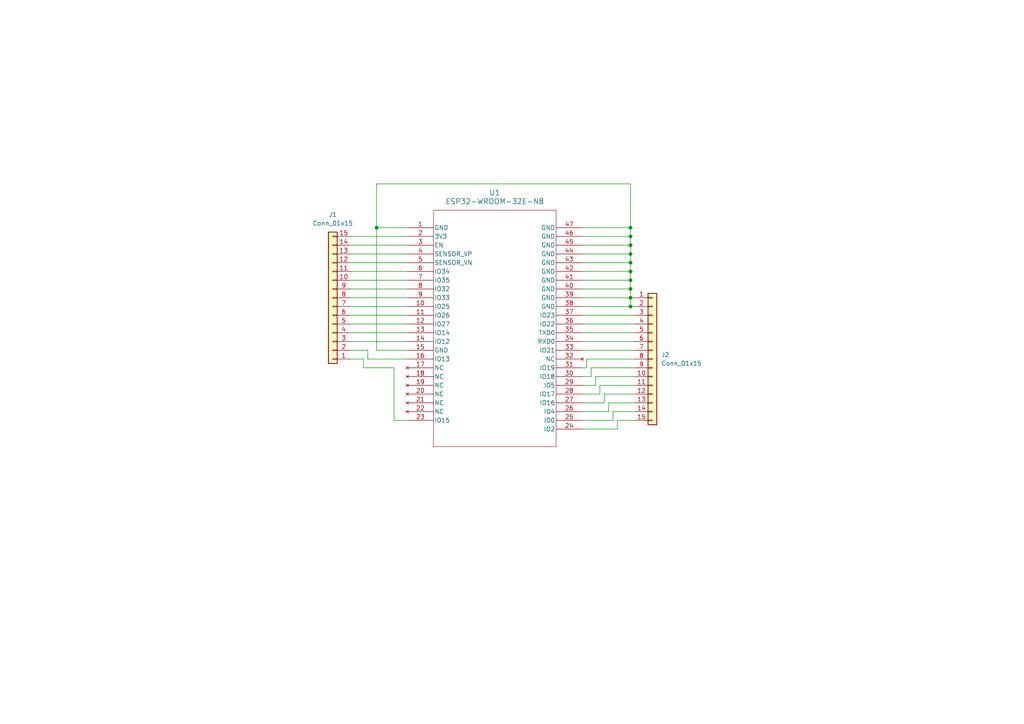
<source format=kicad_sch>
(kicad_sch (version 20231120) (generator "eeschema") (generator_version "8.0")
  (paper "A4")
  (lib_symbols
    (symbol "Connector_Generic:Conn_01x15" (pin_names (offset 1.016) hide)
      (property "Reference" "J" (at 0 20.32 0))
      (property "Value" "Conn_01x15" (at 0 -20.32 0))
      (symbol "Conn_01x15_1_1"
        (rectangle (start -1.27 -17.653) (end 0 -17.907) (stroke (width 0.1524)))
        (rectangle (start -1.27 -15.113) (end 0 -15.367) (stroke (width 0.1524)))
        (rectangle (start -1.27 -12.573) (end 0 -12.827) (stroke (width 0.1524)))
        (rectangle (start -1.27 -10.033) (end 0 -10.287) (stroke (width 0.1524)))
        (rectangle (start -1.27 -7.493) (end 0 -7.747) (stroke (width 0.1524)))
        (rectangle (start -1.27 -4.953) (end 0 -5.207) (stroke (width 0.1524)))
        (rectangle (start -1.27 -2.413) (end 0 -2.667) (stroke (width 0.1524)))
        (rectangle (start -1.27 0.127) (end 0 -0.127) (stroke (width 0.1524)))
        (rectangle (start -1.27 2.667) (end 0 2.413) (stroke (width 0.1524)))
        (rectangle (start -1.27 5.207) (end 0 4.953) (stroke (width 0.1524)))
        (rectangle (start -1.27 7.747) (end 0 7.493) (stroke (width 0.1524)))
        (rectangle (start -1.27 10.287) (end 0 10.033) (stroke (width 0.1524)))
        (rectangle (start -1.27 12.827) (end 0 12.573) (stroke (width 0.1524)))
        (rectangle (start -1.27 15.367) (end 0 15.113) (stroke (width 0.1524)))
        (rectangle (start -1.27 17.907) (end 0 17.653) (stroke (width 0.1524)))
        (rectangle (start -1.27 19.05) (end 1.27 -19.05) (stroke (width 0.254)) (fill (type background)))
        (pin passive line (at -5.08 17.78 0) (length 3.81) (name "Pin_1") (number "1"))
        (pin passive line (at -5.08 -5.08 0) (length 3.81) (name "Pin_10") (number "10"))
        (pin passive line (at -5.08 -7.62 0) (length 3.81) (name "Pin_11") (number "11"))
        (pin passive line (at -5.08 -10.16 0) (length 3.81) (name "Pin_12") (number "12"))
        (pin passive line (at -5.08 -12.7 0) (length 3.81) (name "Pin_13") (number "13"))
        (pin passive line (at -5.08 -15.24 0) (length 3.81) (name "Pin_14") (number "14"))
        (pin passive line (at -5.08 -17.78 0) (length 3.81) (name "Pin_15") (number "15"))
        (pin passive line (at -5.08 15.24 0) (length 3.81) (name "Pin_2") (number "2"))
        (pin passive line (at -5.08 12.7 0) (length 3.81) (name "Pin_3") (number "3"))
        (pin passive line (at -5.08 10.16 0) (length 3.81) (name "Pin_4") (number "4"))
        (pin passive line (at -5.08 7.62 0) (length 3.81) (name "Pin_5") (number "5"))
        (pin passive line (at -5.08 5.08 0) (length 3.81) (name "Pin_6") (number "6"))
        (pin passive line (at -5.08 2.54 0) (length 3.81) (name "Pin_7") (number "7"))
        (pin passive line (at -5.08 0 0) (length 3.81) (name "Pin_8") (number "8"))
        (pin passive line (at -5.08 -2.54 0) (length 3.81) (name "Pin_9") (number "9"))
      )
    )
    (symbol "PVA_board:ESP32-WROOM-32E-N8" (pin_names (offset 0.254))
      (property "Reference" "U" (at 25.4 10.16 0))
      (property "Value" "ESP32-WROOM-32E-N8" (at 25.4 7.62 0))
      (symbol "ESP32-WROOM-32E-N8_0_1"
        (polyline (pts (xy 7.62 -63.5) (xy 43.18 -63.5)) (stroke (width 0.127)))
        (polyline (pts (xy 7.62 5.08) (xy 7.62 -63.5)) (stroke (width 0.127)))
        (polyline (pts (xy 43.18 -63.5) (xy 43.18 5.08)) (stroke (width 0.127)))
        (polyline (pts (xy 43.18 5.08) (xy 7.62 5.08)) (stroke (width 0.127)))
        (pin power_out line (at 0 0 0) (length 7.62) (name "GND") (number "1"))
        (pin bidirectional line (at 0 -22.86 0) (length 7.62) (name "IO25") (number "10"))
        (pin bidirectional line (at 0 -25.4 0) (length 7.62) (name "IO26") (number "11"))
        (pin bidirectional line (at 0 -27.94 0) (length 7.62) (name "IO27") (number "12"))
        (pin bidirectional line (at 0 -30.48 0) (length 7.62) (name "IO14") (number "13"))
        (pin bidirectional line (at 0 -33.02 0) (length 7.62) (name "IO12") (number "14"))
        (pin power_out line (at 0 -35.56 0) (length 7.62) (name "GND") (number "15"))
        (pin bidirectional line (at 0 -38.1 0) (length 7.62) (name "IO13") (number "16"))
        (pin no_connect line (at 0 -40.64 0) (length 7.62) (name "NC") (number "17"))
        (pin no_connect line (at 0 -43.18 0) (length 7.62) (name "NC") (number "18"))
        (pin no_connect line (at 0 -45.72 0) (length 7.62) (name "NC") (number "19"))
        (pin power_in line (at 0 -2.54 0) (length 7.62) (name "3V3") (number "2"))
        (pin no_connect line (at 0 -48.26 0) (length 7.62) (name "NC") (number "20"))
        (pin no_connect line (at 0 -50.8 0) (length 7.62) (name "NC") (number "21"))
        (pin no_connect line (at 0 -53.34 0) (length 7.62) (name "NC") (number "22"))
        (pin bidirectional line (at 0 -55.88 0) (length 7.62) (name "IO15") (number "23"))
        (pin bidirectional line (at 50.8 -58.42 180) (length 7.62) (name "IO2") (number "24"))
        (pin bidirectional line (at 50.8 -55.88 180) (length 7.62) (name "IO0") (number "25"))
        (pin bidirectional line (at 50.8 -53.34 180) (length 7.62) (name "IO4") (number "26"))
        (pin bidirectional line (at 50.8 -50.8 180) (length 7.62) (name "IO16") (number "27"))
        (pin bidirectional line (at 50.8 -48.26 180) (length 7.62) (name "IO17") (number "28"))
        (pin bidirectional line (at 50.8 -45.72 180) (length 7.62) (name "IO5") (number "29"))
        (pin input line (at 0 -5.08 0) (length 7.62) (name "EN") (number "3"))
        (pin bidirectional line (at 50.8 -43.18 180) (length 7.62) (name "IO18") (number "30"))
        (pin bidirectional line (at 50.8 -40.64 180) (length 7.62) (name "IO19") (number "31"))
        (pin no_connect line (at 50.8 -38.1 180) (length 7.62) (name "NC") (number "32"))
        (pin bidirectional line (at 50.8 -35.56 180) (length 7.62) (name "IO21") (number "33"))
        (pin bidirectional line (at 50.8 -33.02 180) (length 7.62) (name "RXD0") (number "34"))
        (pin bidirectional line (at 50.8 -30.48 180) (length 7.62) (name "TXD0") (number "35"))
        (pin bidirectional line (at 50.8 -27.94 180) (length 7.62) (name "IO22") (number "36"))
        (pin bidirectional line (at 50.8 -25.4 180) (length 7.62) (name "IO23") (number "37"))
        (pin power_out line (at 50.8 -22.86 180) (length 7.62) (name "GND") (number "38"))
        (pin power_out line (at 50.8 -20.32 180) (length 7.62) (name "GND") (number "39"))
        (pin input line (at 0 -7.62 0) (length 7.62) (name "SENSOR_VP") (number "4"))
        (pin power_out line (at 50.8 -17.78 180) (length 7.62) (name "GND") (number "40"))
        (pin power_out line (at 50.8 -15.24 180) (length 7.62) (name "GND") (number "41"))
        (pin power_out line (at 50.8 -12.7 180) (length 7.62) (name "GND") (number "42"))
        (pin power_out line (at 50.8 -10.16 180) (length 7.62) (name "GND") (number "43"))
        (pin power_out line (at 50.8 -7.62 180) (length 7.62) (name "GND") (number "44"))
        (pin power_out line (at 50.8 -5.08 180) (length 7.62) (name "GND") (number "45"))
        (pin power_out line (at 50.8 -2.54 180) (length 7.62) (name "GND") (number "46"))
        (pin power_out line (at 50.8 0 180) (length 7.62) (name "GND") (number "47"))
        (pin input line (at 0 -10.16 0) (length 7.62) (name "SENSOR_VN") (number "5"))
        (pin input line (at 0 -12.7 0) (length 7.62) (name "IO34") (number "6"))
        (pin input line (at 0 -15.24 0) (length 7.62) (name "IO35") (number "7"))
        (pin bidirectional line (at 0 -17.78 0) (length 7.62) (name "IO32") (number "8"))
        (pin bidirectional line (at 0 -20.32 0) (length 7.62) (name "IO33") (number "9"))
      )
    )
  )
  (junction (at 182.88 88.9))
  (junction (at 182.88 83.82))
  (junction (at 182.88 66.04))
  (junction (at 182.88 78.74))
  (junction (at 182.88 71.12))
  (junction (at 182.88 68.58))
  (junction (at 182.88 81.28))
  (junction (at 182.88 86.36))
  (junction (at 182.88 73.66))
  (junction (at 109.22 66.04))
  (junction (at 182.88 76.2))
  (wire (pts (xy 182.88 66.04) (xy 182.88 68.58)))
  (wire (pts (xy 109.22 53.34) (xy 182.88 53.34)))
  (wire (pts (xy 109.22 101.6) (xy 118.11 101.6)))
  (wire (pts (xy 109.22 101.6) (xy 109.22 66.04)))
  (wire (pts (xy 101.6 83.82) (xy 118.11 83.82)))
  (wire (pts (xy 182.88 86.36) (xy 182.88 88.9)))
  (wire (pts (xy 182.88 76.2) (xy 182.88 78.74)))
  (wire (pts (xy 168.91 121.92) (xy 177.8 121.92)))
  (wire (pts (xy 101.6 91.44) (xy 118.11 91.44)))
  (wire (pts (xy 184.15 91.44) (xy 168.91 91.44)))
  (wire (pts (xy 168.91 119.38) (xy 176.53 119.38)))
  (wire (pts (xy 168.91 124.46) (xy 179.07 124.46)))
  (wire (pts (xy 101.6 86.36) (xy 118.11 86.36)))
  (wire (pts (xy 114.3 106.68) (xy 114.3 121.92)))
  (wire (pts (xy 172.72 109.22) (xy 184.15 109.22)))
  (wire (pts (xy 182.88 78.74) (xy 168.91 78.74)))
  (wire (pts (xy 175.26 114.3) (xy 184.15 114.3)))
  (wire (pts (xy 101.6 71.12) (xy 118.11 71.12)))
  (wire (pts (xy 182.88 78.74) (xy 182.88 81.28)))
  (wire (pts (xy 175.26 116.84) (xy 175.26 114.3)))
  (wire (pts (xy 172.72 111.76) (xy 172.72 109.22)))
  (wire (pts (xy 182.88 83.82) (xy 182.88 86.36)))
  (wire (pts (xy 170.18 104.14) (xy 184.15 104.14)))
  (wire (pts (xy 106.68 104.14) (xy 118.11 104.14)))
  (wire (pts (xy 182.88 81.28) (xy 168.91 81.28)))
  (wire (pts (xy 182.88 68.58) (xy 182.88 71.12)))
  (wire (pts (xy 179.07 124.46) (xy 179.07 121.92)))
  (wire (pts (xy 106.68 101.6) (xy 106.68 104.14)))
  (wire (pts (xy 109.22 66.04) (xy 109.22 53.34)))
  (wire (pts (xy 173.99 111.76) (xy 184.15 111.76)))
  (wire (pts (xy 177.8 119.38) (xy 184.15 119.38)))
  (wire (pts (xy 101.6 88.9) (xy 118.11 88.9)))
  (wire (pts (xy 101.6 93.98) (xy 118.11 93.98)))
  (wire (pts (xy 171.45 109.22) (xy 171.45 106.68)))
  (wire (pts (xy 182.88 71.12) (xy 182.88 73.66)))
  (wire (pts (xy 182.88 81.28) (xy 182.88 83.82)))
  (wire (pts (xy 182.88 86.36) (xy 168.91 86.36)))
  (wire (pts (xy 179.07 121.92) (xy 184.15 121.92)))
  (wire (pts (xy 176.53 116.84) (xy 184.15 116.84)))
  (wire (pts (xy 114.3 121.92) (xy 118.11 121.92)))
  (wire (pts (xy 182.88 88.9) (xy 168.91 88.9)))
  (wire (pts (xy 101.6 76.2) (xy 118.11 76.2)))
  (wire (pts (xy 184.15 99.06) (xy 168.91 99.06)))
  (wire (pts (xy 168.91 116.84) (xy 175.26 116.84)))
  (wire (pts (xy 176.53 119.38) (xy 176.53 116.84)))
  (wire (pts (xy 182.88 53.34) (xy 182.88 66.04)))
  (wire (pts (xy 101.6 78.74) (xy 118.11 78.74)))
  (wire (pts (xy 182.88 73.66) (xy 182.88 76.2)))
  (wire (pts (xy 182.88 76.2) (xy 168.91 76.2)))
  (wire (pts (xy 182.88 68.58) (xy 168.91 68.58)))
  (wire (pts (xy 101.6 101.6) (xy 106.68 101.6)))
  (wire (pts (xy 105.41 106.68) (xy 105.41 104.14)))
  (wire (pts (xy 177.8 121.92) (xy 177.8 119.38)))
  (wire (pts (xy 101.6 81.28) (xy 118.11 81.28)))
  (wire (pts (xy 184.15 96.52) (xy 168.91 96.52)))
  (wire (pts (xy 182.88 66.04) (xy 168.91 66.04)))
  (wire (pts (xy 184.15 86.36) (xy 182.88 86.36)))
  (wire (pts (xy 168.91 114.3) (xy 173.99 114.3)))
  (wire (pts (xy 101.6 73.66) (xy 118.11 73.66)))
  (wire (pts (xy 184.15 101.6) (xy 168.91 101.6)))
  (wire (pts (xy 182.88 71.12) (xy 168.91 71.12)))
  (wire (pts (xy 101.6 96.52) (xy 118.11 96.52)))
  (wire (pts (xy 109.22 66.04) (xy 118.11 66.04)))
  (wire (pts (xy 101.6 68.58) (xy 118.11 68.58)))
  (wire (pts (xy 184.15 93.98) (xy 168.91 93.98)))
  (wire (pts (xy 105.41 104.14) (xy 101.6 104.14)))
  (wire (pts (xy 182.88 83.82) (xy 168.91 83.82)))
  (wire (pts (xy 105.41 106.68) (xy 114.3 106.68)))
  (wire (pts (xy 184.15 88.9) (xy 182.88 88.9)))
  (wire (pts (xy 171.45 106.68) (xy 184.15 106.68)))
  (wire (pts (xy 101.6 99.06) (xy 118.11 99.06)))
  (wire (pts (xy 168.91 111.76) (xy 172.72 111.76)))
  (wire (pts (xy 168.91 106.68) (xy 170.18 106.68)))
  (wire (pts (xy 168.91 109.22) (xy 171.45 109.22)))
  (wire (pts (xy 173.99 114.3) (xy 173.99 111.76)))
  (wire (pts (xy 182.88 73.66) (xy 168.91 73.66)))
  (wire (pts (xy 170.18 106.68) (xy 170.18 104.14)))
  (symbol (lib_id "Connector_Generic:Conn_01x15") (at 189.23 104.14 0) (unit 1)
    (property "Reference" "J2" (at 191.77 102.8699 0) (effects (justify left)))
    (property "Value" "Conn_01x15" (at 191.77 105.4099 0) (effects (justify left)))
    (property "Footprint" "Connector_PinHeader_2.54mm:PinHeader_1x15_P2.54mm_Vertical" (effects (hide yes)))
    (property "Description" "Generic connector, single row, 01x15, script generated (kicad-library-utils/schlib/autogen/connector/)" (effects (hide yes)))
  )
  (symbol (lib_id "PVA_board:ESP32-WROOM-32E-N8") (at 118.11 66.04 0) (unit 1)
    (property "Reference" "U1" (at 143.51 55.88 0) (effects (font (size 1.524 1.524))))
    (property "Value" "ESP32-WROOM-32E-N8" (at 143.51 58.42 0) (effects (font (size 1.524 1.524))))
    (property "Footprint" "PVA_board:ESP32­WROOM­32E_EXP" (effects (hide yes)))
    (property "Datasheet" "ESP32-WROOM-32E-N8" (effects (hide yes)))
  )
  (symbol (lib_id "Connector_Generic:Conn_01x15") (at 96.52 86.36 180) (unit 1)
    (property "Reference" "J1" (at 96.52 62.23 0))
    (property "Value" "Conn_01x15" (at 96.52 64.77 0))
    (property "Footprint" "Connector_PinHeader_2.54mm:PinHeader_1x15_P2.54mm_Vertical" (effects (hide yes)))
    (property "Description" "Generic connector, single row, 01x15, script generated (kicad-library-utils/schlib/autogen/connector/)" (effects (hide yes)))
  )
)
</source>
